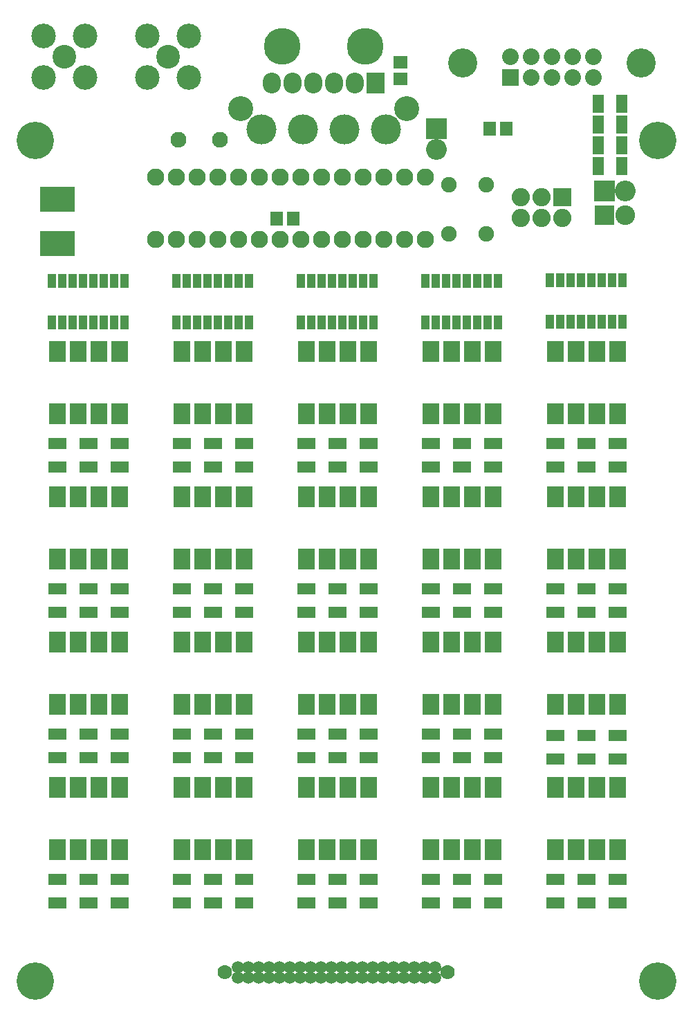
<source format=gbs>
G04 #@! TF.FileFunction,Soldermask,Bot*
%FSLAX46Y46*%
G04 Gerber Fmt 4.6, Leading zero omitted, Abs format (unit mm)*
G04 Created by KiCad (PCBNEW 4.0.1-stable) date 9/28/2016 11:01:21 AM*
%MOMM*%
G01*
G04 APERTURE LIST*
%ADD10C,0.150000*%
%ADD11C,3.556000*%
%ADD12R,2.032000X2.032000*%
%ADD13C,2.032000*%
%ADD14C,4.572000*%
%ADD15R,4.257040X3.058160*%
%ADD16R,2.032000X2.540000*%
%ADD17O,2.108000X2.108000*%
%ADD18C,3.048000*%
%ADD19C,4.498340*%
%ADD20C,3.683000*%
%ADD21C,2.908000*%
%ADD22C,3.008000*%
%ADD23C,1.778000*%
%ADD24C,1.508760*%
%ADD25R,2.540000X2.540000*%
%ADD26O,2.540000X2.540000*%
%ADD27R,2.408000X2.408000*%
%ADD28O,2.408000X2.408000*%
%ADD29R,2.235200X2.540000*%
%ADD30O,2.235200X2.540000*%
%ADD31R,2.235200X2.235200*%
%ADD32O,2.235200X2.235200*%
%ADD33C,1.905000*%
%ADD34R,1.016000X1.651000*%
%ADD35C,1.930400*%
%ADD36R,2.208000X1.408000*%
%ADD37R,1.408000X2.208000*%
%ADD38R,1.758000X1.508000*%
%ADD39R,1.508000X1.758000*%
G04 APERTURE END LIST*
D10*
D11*
X94519750Y-21050250D03*
X72675750Y-21050250D03*
D12*
X78517750Y-22828250D03*
D13*
X78517750Y-20288250D03*
X81057750Y-22828250D03*
X81057750Y-20288250D03*
X83597750Y-22828250D03*
X83597750Y-20288250D03*
X86137750Y-22828250D03*
X86137750Y-20288250D03*
X88677750Y-22828250D03*
X88677750Y-20288250D03*
D14*
X20320000Y-30480000D03*
X20320000Y-133350000D03*
X96520000Y-133350000D03*
X96520000Y-30480000D03*
D15*
X23018750Y-37717730D03*
X23018750Y-43117770D03*
D16*
X91598750Y-117316250D03*
X89058750Y-117316250D03*
X86518750Y-117316250D03*
X83978750Y-117316250D03*
X83978750Y-109696250D03*
X86518750Y-109696250D03*
X89058750Y-109696250D03*
X91598750Y-109696250D03*
X91598750Y-99536250D03*
X89058750Y-99536250D03*
X86518750Y-99536250D03*
X83978750Y-99536250D03*
X83978750Y-91916250D03*
X86518750Y-91916250D03*
X89058750Y-91916250D03*
X91598750Y-91916250D03*
X91598750Y-81756250D03*
X89058750Y-81756250D03*
X86518750Y-81756250D03*
X83978750Y-81756250D03*
X83978750Y-74136250D03*
X86518750Y-74136250D03*
X89058750Y-74136250D03*
X91598750Y-74136250D03*
X91598750Y-63976250D03*
X89058750Y-63976250D03*
X86518750Y-63976250D03*
X83978750Y-63976250D03*
X83978750Y-56356250D03*
X86518750Y-56356250D03*
X89058750Y-56356250D03*
X91598750Y-56356250D03*
X76358750Y-117316250D03*
X73818750Y-117316250D03*
X71278750Y-117316250D03*
X68738750Y-117316250D03*
X68738750Y-109696250D03*
X71278750Y-109696250D03*
X73818750Y-109696250D03*
X76358750Y-109696250D03*
X76358750Y-99536250D03*
X73818750Y-99536250D03*
X71278750Y-99536250D03*
X68738750Y-99536250D03*
X68738750Y-91916250D03*
X71278750Y-91916250D03*
X73818750Y-91916250D03*
X76358750Y-91916250D03*
X76358750Y-81756250D03*
X73818750Y-81756250D03*
X71278750Y-81756250D03*
X68738750Y-81756250D03*
X68738750Y-74136250D03*
X71278750Y-74136250D03*
X73818750Y-74136250D03*
X76358750Y-74136250D03*
X76358750Y-63976250D03*
X73818750Y-63976250D03*
X71278750Y-63976250D03*
X68738750Y-63976250D03*
X68738750Y-56356250D03*
X71278750Y-56356250D03*
X73818750Y-56356250D03*
X76358750Y-56356250D03*
X61118750Y-117316250D03*
X58578750Y-117316250D03*
X56038750Y-117316250D03*
X53498750Y-117316250D03*
X53498750Y-109696250D03*
X56038750Y-109696250D03*
X58578750Y-109696250D03*
X61118750Y-109696250D03*
X61118750Y-99536250D03*
X58578750Y-99536250D03*
X56038750Y-99536250D03*
X53498750Y-99536250D03*
X53498750Y-91916250D03*
X56038750Y-91916250D03*
X58578750Y-91916250D03*
X61118750Y-91916250D03*
X61118750Y-81756250D03*
X58578750Y-81756250D03*
X56038750Y-81756250D03*
X53498750Y-81756250D03*
X53498750Y-74136250D03*
X56038750Y-74136250D03*
X58578750Y-74136250D03*
X61118750Y-74136250D03*
X61118750Y-63976250D03*
X58578750Y-63976250D03*
X56038750Y-63976250D03*
X53498750Y-63976250D03*
X53498750Y-56356250D03*
X56038750Y-56356250D03*
X58578750Y-56356250D03*
X61118750Y-56356250D03*
X45878750Y-117316250D03*
X43338750Y-117316250D03*
X40798750Y-117316250D03*
X38258750Y-117316250D03*
X38258750Y-109696250D03*
X40798750Y-109696250D03*
X43338750Y-109696250D03*
X45878750Y-109696250D03*
X45878750Y-99536250D03*
X43338750Y-99536250D03*
X40798750Y-99536250D03*
X38258750Y-99536250D03*
X38258750Y-91916250D03*
X40798750Y-91916250D03*
X43338750Y-91916250D03*
X45878750Y-91916250D03*
X45878750Y-81756250D03*
X43338750Y-81756250D03*
X40798750Y-81756250D03*
X38258750Y-81756250D03*
X38258750Y-74136250D03*
X40798750Y-74136250D03*
X43338750Y-74136250D03*
X45878750Y-74136250D03*
X45878750Y-63976250D03*
X43338750Y-63976250D03*
X40798750Y-63976250D03*
X38258750Y-63976250D03*
X38258750Y-56356250D03*
X40798750Y-56356250D03*
X43338750Y-56356250D03*
X45878750Y-56356250D03*
X30638750Y-117316250D03*
X28098750Y-117316250D03*
X25558750Y-117316250D03*
X23018750Y-117316250D03*
X23018750Y-109696250D03*
X25558750Y-109696250D03*
X28098750Y-109696250D03*
X30638750Y-109696250D03*
X30638750Y-99536250D03*
X28098750Y-99536250D03*
X25558750Y-99536250D03*
X23018750Y-99536250D03*
X23018750Y-91916250D03*
X25558750Y-91916250D03*
X28098750Y-91916250D03*
X30638750Y-91916250D03*
X30638750Y-81756250D03*
X28098750Y-81756250D03*
X25558750Y-81756250D03*
X23018750Y-81756250D03*
X23018750Y-74136250D03*
X25558750Y-74136250D03*
X28098750Y-74136250D03*
X30638750Y-74136250D03*
X30638750Y-63976250D03*
X28098750Y-63976250D03*
X25558750Y-63976250D03*
X23018750Y-63976250D03*
X23018750Y-56356250D03*
X25558750Y-56356250D03*
X28098750Y-56356250D03*
X30638750Y-56356250D03*
D17*
X68075000Y-34950000D03*
X65535000Y-34950000D03*
X62995000Y-34950000D03*
X60455000Y-34950000D03*
X57915000Y-34950000D03*
X55375000Y-34950000D03*
X52835000Y-34950000D03*
X50295000Y-34950000D03*
X47755000Y-34950000D03*
X45215000Y-34950000D03*
X42675000Y-34950000D03*
X40135000Y-34950000D03*
X37595000Y-34950000D03*
X35055000Y-34950000D03*
X35055000Y-42570000D03*
X37595000Y-42570000D03*
X40135000Y-42570000D03*
X42675000Y-42570000D03*
X45215000Y-42570000D03*
X47755000Y-42570000D03*
X50295000Y-42570000D03*
X52835000Y-42570000D03*
X55375000Y-42570000D03*
X57915000Y-42570000D03*
X60455000Y-42570000D03*
X62995000Y-42570000D03*
X65535000Y-42570000D03*
X68075000Y-42570000D03*
D18*
X65817750Y-26638250D03*
X45497750Y-26638250D03*
D19*
X60737750Y-19018250D03*
D20*
X53117750Y-29178250D03*
X58197750Y-29178250D03*
X48037750Y-29178250D03*
X63277750Y-29178250D03*
D19*
X50577750Y-19018250D03*
D21*
X23907750Y-20288250D03*
D22*
X21367750Y-17748250D03*
X26447750Y-17748250D03*
X26447750Y-22828250D03*
X21367750Y-22828250D03*
D21*
X36607750Y-20288250D03*
D22*
X34067750Y-17748250D03*
X39147750Y-17748250D03*
X39147750Y-22828250D03*
X34067750Y-22828250D03*
D23*
X70834250Y-132302250D03*
X43529250Y-132302250D03*
D24*
X67976750Y-131667250D03*
X69246750Y-131667250D03*
X69246750Y-132937250D03*
X67976750Y-132937250D03*
X64166750Y-132937250D03*
X62896750Y-132937250D03*
X65436750Y-132937250D03*
X66706750Y-132937250D03*
X66706750Y-131667250D03*
X65436750Y-131667250D03*
X62896750Y-131667250D03*
X64166750Y-131667250D03*
X50196750Y-132937250D03*
X48926750Y-132937250D03*
X46386750Y-132937250D03*
X47656750Y-132937250D03*
X47656750Y-131667250D03*
X46386750Y-131667250D03*
X48926750Y-131667250D03*
X50196750Y-131667250D03*
X45116750Y-131667250D03*
X45116750Y-132937250D03*
X51466750Y-132937250D03*
X51466750Y-131667250D03*
X59086750Y-131667250D03*
X57816750Y-131667250D03*
X60356750Y-131667250D03*
X61626750Y-131667250D03*
X56546750Y-131667250D03*
X55276750Y-131667250D03*
X52736750Y-131667250D03*
X54006750Y-131667250D03*
X54006750Y-132937250D03*
X52736750Y-132937250D03*
X55276750Y-132937250D03*
X56546750Y-132937250D03*
X61626750Y-132937250D03*
X60356750Y-132937250D03*
X57816750Y-132937250D03*
X59086750Y-132937250D03*
D25*
X69450000Y-29025000D03*
D26*
X69450000Y-31565000D03*
D27*
X90025000Y-39625000D03*
D28*
X92565000Y-39625000D03*
D25*
X90050000Y-36725000D03*
D26*
X92590000Y-36725000D03*
D29*
X61975000Y-23450000D03*
D30*
X59435000Y-23450000D03*
X56895000Y-23450000D03*
X54355000Y-23450000D03*
X51815000Y-23450000D03*
X49275000Y-23450000D03*
D31*
X84850000Y-37450000D03*
D32*
X84850000Y-39990000D03*
X82310000Y-37450000D03*
X82310000Y-39990000D03*
X79770000Y-37450000D03*
X79770000Y-39990000D03*
D33*
X75497690Y-41893490D03*
X70996810Y-41893490D03*
X75497690Y-35894010D03*
X70996810Y-35894010D03*
D34*
X92233750Y-52673250D03*
X90963750Y-52673250D03*
X89693750Y-52673250D03*
X88423750Y-52673250D03*
X87153750Y-52673250D03*
X85883750Y-52673250D03*
X84613750Y-52673250D03*
X83343750Y-52673250D03*
X83343750Y-47593250D03*
X84613750Y-47593250D03*
X85883750Y-47593250D03*
X87153750Y-47593250D03*
X88423750Y-47593250D03*
X89693750Y-47593250D03*
X90963750Y-47593250D03*
X92233750Y-47593250D03*
X76993750Y-52800250D03*
X75723750Y-52800250D03*
X74453750Y-52800250D03*
X73183750Y-52800250D03*
X71913750Y-52800250D03*
X70643750Y-52800250D03*
X69373750Y-52800250D03*
X68103750Y-52800250D03*
X68103750Y-47720250D03*
X69373750Y-47720250D03*
X70643750Y-47720250D03*
X71913750Y-47720250D03*
X73183750Y-47720250D03*
X74453750Y-47720250D03*
X75723750Y-47720250D03*
X76993750Y-47720250D03*
X61753750Y-52800250D03*
X60483750Y-52800250D03*
X59213750Y-52800250D03*
X57943750Y-52800250D03*
X56673750Y-52800250D03*
X55403750Y-52800250D03*
X54133750Y-52800250D03*
X52863750Y-52800250D03*
X52863750Y-47720250D03*
X54133750Y-47720250D03*
X55403750Y-47720250D03*
X56673750Y-47720250D03*
X57943750Y-47720250D03*
X59213750Y-47720250D03*
X60483750Y-47720250D03*
X61753750Y-47720250D03*
X46513750Y-52800250D03*
X45243750Y-52800250D03*
X43973750Y-52800250D03*
X42703750Y-52800250D03*
X41433750Y-52800250D03*
X40163750Y-52800250D03*
X38893750Y-52800250D03*
X37623750Y-52800250D03*
X37623750Y-47720250D03*
X38893750Y-47720250D03*
X40163750Y-47720250D03*
X41433750Y-47720250D03*
X42703750Y-47720250D03*
X43973750Y-47720250D03*
X45243750Y-47720250D03*
X46513750Y-47720250D03*
X31273750Y-52800250D03*
X30003750Y-52800250D03*
X28733750Y-52800250D03*
X27463750Y-52800250D03*
X26193750Y-52800250D03*
X24923750Y-52800250D03*
X23653750Y-52800250D03*
X22383750Y-52800250D03*
X22383750Y-47720250D03*
X23653750Y-47720250D03*
X24923750Y-47720250D03*
X26193750Y-47720250D03*
X27463750Y-47720250D03*
X28733750Y-47720250D03*
X30003750Y-47720250D03*
X31273750Y-47720250D03*
D35*
X37877750Y-30448250D03*
X42957750Y-30448250D03*
D36*
X87788750Y-106193250D03*
X87788750Y-103293250D03*
X87788750Y-88286250D03*
X87788750Y-85386250D03*
X72548750Y-106066250D03*
X72548750Y-103166250D03*
X72548750Y-88286250D03*
X72548750Y-85386250D03*
X57308750Y-106066250D03*
X57308750Y-103166250D03*
X57308750Y-88286250D03*
X57308750Y-85386250D03*
X42068750Y-106066250D03*
X42068750Y-103166250D03*
X42068750Y-88286250D03*
X42068750Y-85386250D03*
D37*
X89228000Y-26035000D03*
X92128000Y-26035000D03*
D36*
X26828750Y-106066250D03*
X26828750Y-103166250D03*
X26828750Y-88286250D03*
X26828750Y-85386250D03*
X91598750Y-120946250D03*
X91598750Y-123846250D03*
X87788750Y-123846250D03*
X87788750Y-120946250D03*
X91598750Y-103293250D03*
X91598750Y-106193250D03*
X91598750Y-85386250D03*
X91598750Y-88286250D03*
X91598750Y-67606250D03*
X91598750Y-70506250D03*
X87788750Y-70506250D03*
X87788750Y-67606250D03*
X83978750Y-123846250D03*
X83978750Y-120946250D03*
X83978750Y-106193250D03*
X83978750Y-103293250D03*
X83978750Y-88286250D03*
X83978750Y-85386250D03*
X83978750Y-70506250D03*
X83978750Y-67606250D03*
X72548750Y-123846250D03*
X72548750Y-120946250D03*
X76358750Y-120946250D03*
X76358750Y-123846250D03*
X76358750Y-103166250D03*
X76358750Y-106066250D03*
X76358750Y-85386250D03*
X76358750Y-88286250D03*
X76358750Y-67606250D03*
X76358750Y-70506250D03*
X72548750Y-70506250D03*
X72548750Y-67606250D03*
X68738750Y-123846250D03*
X68738750Y-120946250D03*
X68738750Y-106066250D03*
X68738750Y-103166250D03*
X68738750Y-88286250D03*
X68738750Y-85386250D03*
X68738750Y-70506250D03*
X68738750Y-67606250D03*
X57308750Y-123846250D03*
X57308750Y-120946250D03*
X61118750Y-120946250D03*
X61118750Y-123846250D03*
X61118750Y-103166250D03*
X61118750Y-106066250D03*
X61118750Y-85386250D03*
X61118750Y-88286250D03*
X61118750Y-67606250D03*
X61118750Y-70506250D03*
X57308750Y-70506250D03*
X57308750Y-67606250D03*
X53498750Y-123846250D03*
X53498750Y-120946250D03*
X53498750Y-106066250D03*
X53498750Y-103166250D03*
X53498750Y-88286250D03*
X53498750Y-85386250D03*
X53498750Y-70506250D03*
X53498750Y-67606250D03*
X42068750Y-123846250D03*
X42068750Y-120946250D03*
X45878750Y-120946250D03*
X45878750Y-123846250D03*
X45878750Y-103166250D03*
X45878750Y-106066250D03*
X45878750Y-85386250D03*
X45878750Y-88286250D03*
X45878750Y-67606250D03*
X45878750Y-70506250D03*
X42068750Y-70506250D03*
X42068750Y-67606250D03*
X38258750Y-123846250D03*
X38258750Y-120946250D03*
X38258750Y-106066250D03*
X38258750Y-103166250D03*
X38258750Y-88286250D03*
X38258750Y-85386250D03*
X38258750Y-70506250D03*
X38258750Y-67606250D03*
X30638750Y-120946250D03*
X30638750Y-123846250D03*
X26828750Y-123846250D03*
X26828750Y-120946250D03*
X30638750Y-103166250D03*
X30638750Y-106066250D03*
X30638750Y-85386250D03*
X30638750Y-88286250D03*
X30638750Y-67606250D03*
X30638750Y-70506250D03*
X26828750Y-70506250D03*
X26828750Y-67606250D03*
X23018750Y-123846250D03*
X23018750Y-120946250D03*
X23018750Y-106066250D03*
X23018750Y-103166250D03*
X23018750Y-88286250D03*
X23018750Y-85386250D03*
X23018750Y-70506250D03*
X23018750Y-67606250D03*
D37*
X89228000Y-31115000D03*
X92128000Y-31115000D03*
X89228000Y-33655000D03*
X92128000Y-33655000D03*
X89228000Y-28575000D03*
X92128000Y-28575000D03*
D38*
X65024000Y-20971000D03*
X65024000Y-22971000D03*
D39*
X51876200Y-40106600D03*
X49876200Y-40106600D03*
X75962000Y-29032200D03*
X77962000Y-29032200D03*
M02*

</source>
